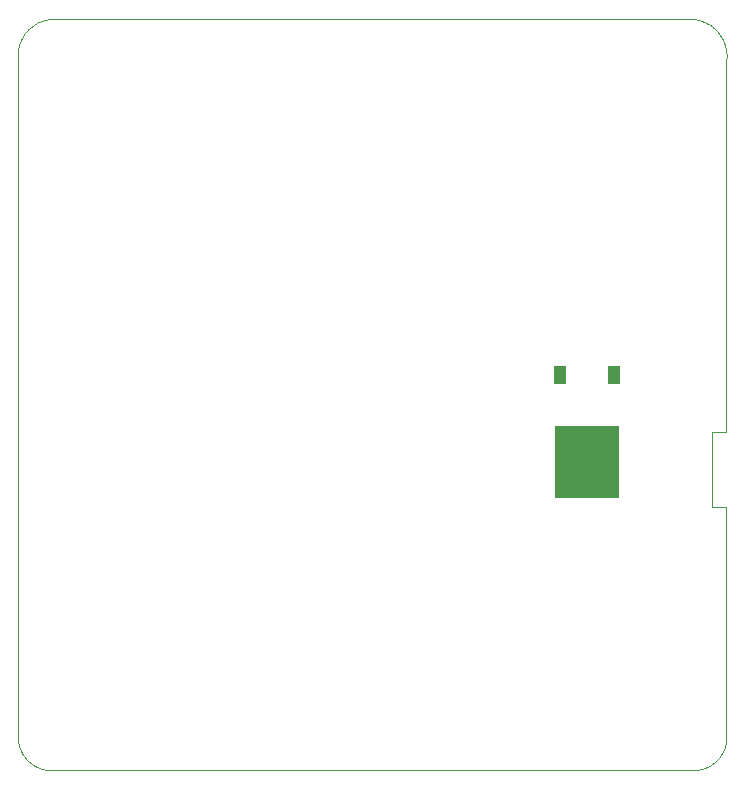
<source format=gtp>
G75*
%MOIN*%
%OFA0B0*%
%FSLAX25Y25*%
%IPPOS*%
%LPD*%
%AMOC8*
5,1,8,0,0,1.08239X$1,22.5*
%
%ADD10C,0.00000*%
%ADD11R,0.21260X0.24409*%
%ADD12R,0.03937X0.06299*%
D10*
X0032936Y0031270D02*
X0246885Y0031270D01*
X0247154Y0031273D01*
X0247423Y0031283D01*
X0247692Y0031299D01*
X0247960Y0031322D01*
X0248227Y0031351D01*
X0248494Y0031387D01*
X0248760Y0031429D01*
X0249025Y0031477D01*
X0249288Y0031532D01*
X0249550Y0031594D01*
X0249811Y0031661D01*
X0250069Y0031735D01*
X0250326Y0031815D01*
X0250581Y0031901D01*
X0250834Y0031994D01*
X0251084Y0032092D01*
X0251332Y0032197D01*
X0251578Y0032307D01*
X0251820Y0032423D01*
X0252060Y0032546D01*
X0252297Y0032673D01*
X0252531Y0032807D01*
X0252761Y0032946D01*
X0252988Y0033091D01*
X0253211Y0033241D01*
X0253431Y0033397D01*
X0253646Y0033558D01*
X0253858Y0033724D01*
X0254066Y0033895D01*
X0254270Y0034071D01*
X0254469Y0034251D01*
X0254664Y0034437D01*
X0254854Y0034627D01*
X0255040Y0034822D01*
X0255220Y0035021D01*
X0255396Y0035225D01*
X0255567Y0035433D01*
X0255733Y0035645D01*
X0255894Y0035860D01*
X0256050Y0036080D01*
X0256200Y0036303D01*
X0256345Y0036530D01*
X0256484Y0036760D01*
X0256618Y0036994D01*
X0256745Y0037231D01*
X0256868Y0037471D01*
X0256984Y0037713D01*
X0257094Y0037959D01*
X0257199Y0038207D01*
X0257297Y0038457D01*
X0257390Y0038710D01*
X0257476Y0038965D01*
X0257556Y0039222D01*
X0257630Y0039480D01*
X0257697Y0039741D01*
X0257759Y0040003D01*
X0257814Y0040266D01*
X0257862Y0040531D01*
X0257904Y0040797D01*
X0257940Y0041064D01*
X0257969Y0041331D01*
X0257992Y0041599D01*
X0258008Y0041868D01*
X0258018Y0042137D01*
X0258021Y0042406D01*
X0258020Y0042406D02*
X0258020Y0119115D01*
X0253099Y0119115D01*
X0253099Y0144080D01*
X0258020Y0144080D01*
X0258020Y0268166D01*
X0258045Y0268464D01*
X0258063Y0268762D01*
X0258074Y0269061D01*
X0258077Y0269360D01*
X0258073Y0269659D01*
X0258062Y0269958D01*
X0258044Y0270256D01*
X0258018Y0270554D01*
X0257985Y0270851D01*
X0257945Y0271148D01*
X0257898Y0271443D01*
X0257844Y0271737D01*
X0257783Y0272030D01*
X0257714Y0272321D01*
X0257639Y0272610D01*
X0257557Y0272898D01*
X0257467Y0273183D01*
X0257371Y0273466D01*
X0257268Y0273747D01*
X0257159Y0274025D01*
X0257042Y0274300D01*
X0256919Y0274573D01*
X0256790Y0274842D01*
X0256654Y0275109D01*
X0256511Y0275372D01*
X0256362Y0275631D01*
X0256208Y0275887D01*
X0256046Y0276139D01*
X0255879Y0276386D01*
X0255706Y0276630D01*
X0255527Y0276870D01*
X0255343Y0277105D01*
X0255152Y0277336D01*
X0254957Y0277562D01*
X0254755Y0277783D01*
X0254549Y0277999D01*
X0254337Y0278210D01*
X0254121Y0278416D01*
X0253899Y0278617D01*
X0253673Y0278812D01*
X0253442Y0279002D01*
X0253206Y0279186D01*
X0252966Y0279365D01*
X0252722Y0279537D01*
X0252474Y0279704D01*
X0252221Y0279864D01*
X0251965Y0280019D01*
X0251706Y0280167D01*
X0251442Y0280309D01*
X0251176Y0280444D01*
X0250906Y0280573D01*
X0250633Y0280696D01*
X0250358Y0280812D01*
X0250079Y0280921D01*
X0249798Y0281023D01*
X0249515Y0281118D01*
X0249229Y0281207D01*
X0248942Y0281289D01*
X0248652Y0281364D01*
X0248361Y0281431D01*
X0248068Y0281492D01*
X0247774Y0281546D01*
X0247479Y0281592D01*
X0247182Y0281631D01*
X0246885Y0281663D01*
X0246885Y0281664D02*
X0033374Y0281664D01*
X0033085Y0281651D01*
X0032797Y0281631D01*
X0032508Y0281604D01*
X0032221Y0281570D01*
X0031935Y0281529D01*
X0031649Y0281481D01*
X0031365Y0281426D01*
X0031082Y0281365D01*
X0030801Y0281297D01*
X0030522Y0281222D01*
X0030244Y0281140D01*
X0029969Y0281051D01*
X0029695Y0280956D01*
X0029425Y0280854D01*
X0029156Y0280746D01*
X0028890Y0280632D01*
X0028628Y0280511D01*
X0028368Y0280383D01*
X0028111Y0280250D01*
X0027858Y0280110D01*
X0027608Y0279964D01*
X0027362Y0279812D01*
X0027119Y0279654D01*
X0026880Y0279491D01*
X0026646Y0279321D01*
X0026415Y0279147D01*
X0026189Y0278966D01*
X0025967Y0278780D01*
X0025750Y0278589D01*
X0025537Y0278393D01*
X0025330Y0278191D01*
X0025127Y0277985D01*
X0024929Y0277774D01*
X0024736Y0277558D01*
X0024549Y0277337D01*
X0024367Y0277112D01*
X0024191Y0276883D01*
X0024020Y0276649D01*
X0023855Y0276412D01*
X0023695Y0276170D01*
X0023542Y0275925D01*
X0023394Y0275676D01*
X0023253Y0275424D01*
X0023117Y0275168D01*
X0022988Y0274909D01*
X0022866Y0274647D01*
X0022749Y0274382D01*
X0022639Y0274114D01*
X0022536Y0273844D01*
X0022439Y0273572D01*
X0022348Y0273297D01*
X0022265Y0273020D01*
X0022188Y0272741D01*
X0022117Y0272460D01*
X0022054Y0272178D01*
X0021997Y0271894D01*
X0021948Y0271609D01*
X0021905Y0271323D01*
X0021869Y0271036D01*
X0021840Y0270748D01*
X0021818Y0270459D01*
X0021803Y0270170D01*
X0021795Y0269881D01*
X0021794Y0269592D01*
X0021800Y0269302D01*
X0021800Y0042406D01*
X0021803Y0042137D01*
X0021813Y0041868D01*
X0021829Y0041599D01*
X0021852Y0041331D01*
X0021881Y0041064D01*
X0021917Y0040797D01*
X0021959Y0040531D01*
X0022007Y0040266D01*
X0022062Y0040003D01*
X0022124Y0039741D01*
X0022191Y0039480D01*
X0022265Y0039222D01*
X0022345Y0038965D01*
X0022431Y0038710D01*
X0022524Y0038457D01*
X0022622Y0038207D01*
X0022727Y0037959D01*
X0022837Y0037713D01*
X0022953Y0037471D01*
X0023076Y0037231D01*
X0023203Y0036994D01*
X0023337Y0036760D01*
X0023476Y0036530D01*
X0023621Y0036303D01*
X0023771Y0036080D01*
X0023927Y0035860D01*
X0024088Y0035645D01*
X0024254Y0035433D01*
X0024425Y0035225D01*
X0024601Y0035021D01*
X0024781Y0034822D01*
X0024967Y0034627D01*
X0025157Y0034437D01*
X0025352Y0034251D01*
X0025551Y0034071D01*
X0025755Y0033895D01*
X0025963Y0033724D01*
X0026175Y0033558D01*
X0026390Y0033397D01*
X0026610Y0033241D01*
X0026833Y0033091D01*
X0027060Y0032946D01*
X0027290Y0032807D01*
X0027524Y0032673D01*
X0027761Y0032546D01*
X0028001Y0032423D01*
X0028243Y0032307D01*
X0028489Y0032197D01*
X0028737Y0032092D01*
X0028987Y0031994D01*
X0029240Y0031901D01*
X0029495Y0031815D01*
X0029752Y0031735D01*
X0030010Y0031661D01*
X0030271Y0031594D01*
X0030533Y0031532D01*
X0030796Y0031477D01*
X0031061Y0031429D01*
X0031327Y0031387D01*
X0031594Y0031351D01*
X0031861Y0031322D01*
X0032129Y0031299D01*
X0032398Y0031283D01*
X0032667Y0031273D01*
X0032936Y0031270D01*
D11*
X0211564Y0134164D03*
D12*
X0220540Y0162904D03*
X0202587Y0162904D03*
M02*

</source>
